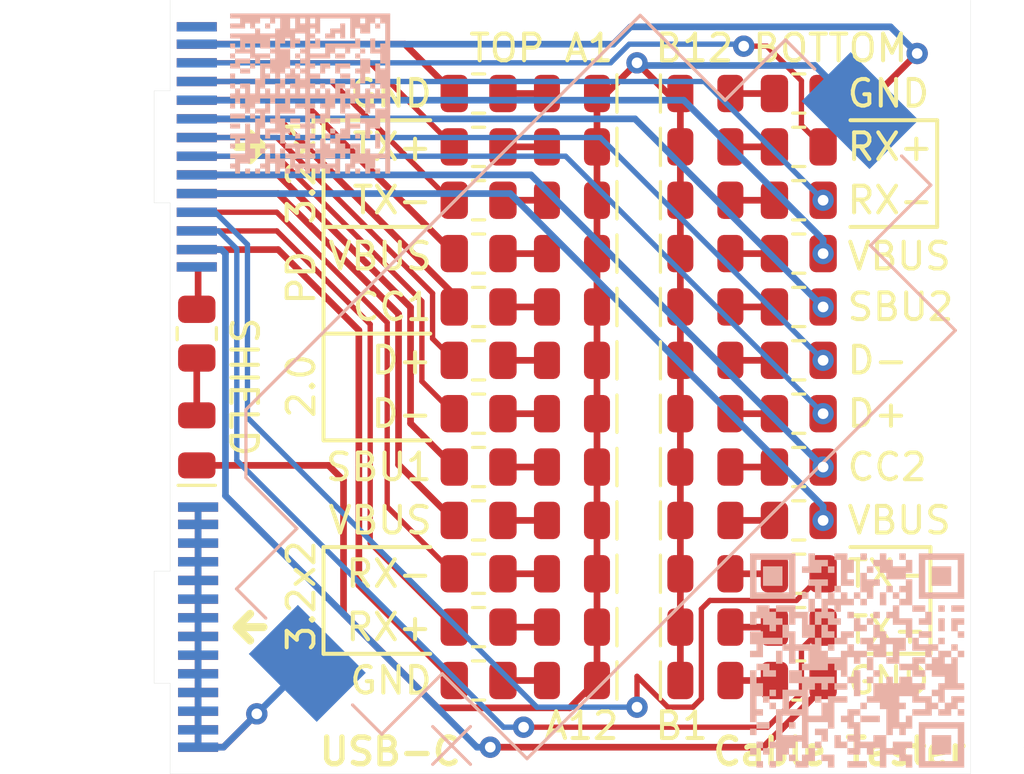
<source format=kicad_pcb>
(kicad_pcb (version 20221018) (generator pcbnew)
  (layers (0 "F.Cu" signal) (31 "B.Cu" signal) (34 "B.Paste" user) (35 "F.Paste" user) (36 "B.SilkS" user "B.Silkscreen") (37 "F.SilkS" user "F.Silkscreen") (38 "B.Mask" user) (39 "F.Mask" user) (44 "Edge.Cuts" user))
  (net 0 "")
  (net 1 "+3V0")
  (net 2 "GND")
  (net 3 "Net-(D1-A)")
  (net 4 "Net-(D2-A)")
  (net 5 "Net-(D3-A)")
  (net 6 "Net-(D4-A)")
  (net 7 "Net-(D5-A)")
  (net 8 "Net-(D6-A)")
  (net 9 "Net-(D7-A)")
  (net 10 "Net-(D8-A)")
  (net 11 "Net-(D9-A)")
  (net 12 "Net-(D10-A)")
  (net 13 "Net-(D11-A)")
  (net 14 "Net-(D12-A)")
  (net 15 "Net-(D13-A)")
  (net 16 "Net-(D14-A)")
  (net 17 "Net-(D15-A)")
  (net 18 "Net-(D16-A)")
  (net 19 "Net-(D17-A)")
  (net 20 "Net-(D18-A)")
  (net 21 "Net-(D19-A)")
  (net 22 "Net-(D20-A)")
  (net 23 "Net-(D21-A)")
  (net 24 "Net-(D22-A)")
  (net 25 "Net-(D23-A)")
  (net 26 "Net-(D24-A)")
  (net 27 "Net-(D25-A)")
  (net 28 "/GND_A1")
  (net 29 "/TX1+")
  (net 30 "/TX1-")
  (net 31 "/VBUS_A4")
  (net 32 "/CC1")
  (net 33 "/DA+")
  (net 34 "/DA-")
  (net 35 "/SBU1")
  (net 36 "/RX2-")
  (net 37 "/RX2+")
  (net 38 "/TX2+")
  (net 39 "/TX2-")
  (net 40 "/CC2")
  (net 41 "/DB+")
  (net 42 "/DB-")
  (net 43 "/SBU2")
  (net 44 "/RX1-")
  (net 45 "/RX1+")
  (net 46 "/SHIELD")
  (net 47 "/GND_A12")
  (net 48 "/GND_B1")
  (net 49 "/GND_B12")
  (net 50 "/VBUS_A9")
  (net 51 "/VBUS_B4")
  (net 52 "/VBUS_B9")
  (footprint "Resistor_SMD:R_0805_2012Metric" (layer "F.Cu") (at 27.5 37.5 -90)
    (fp_text reference "R25" hide)
    (fp_text value "100" hide)
    (fp_text user "SHIELD" (at 2 -1.75 -90 unlocked) (layer "F.SilkS"))
    (pad "1" smd roundrect (at -0.9125 0 270) (size 1.025 1.4) (layers "F.Cu" "F.Paste" "F.Mask") (roundrect_rratio 0.243902439) (net 46 "/SHIELD"))
    (pad "2" smd roundrect (at 0.9125 0 270) (size 1.025 1.4) (layers "F.Cu" "F.Paste" "F.Mask") (roundrect_rratio 0.243902439) (net 27 "Net-(D25-A)"))
  )
  (footprint "Library:LED_0805_2012Metric" (layer "F.Cu") (at 46.5625 34.5)
    (fp_text reference "D16" hide)
    (fp_text value "LED")
    (pad "1" smd roundrect (at -0.9375 0) (size 0.975 1.4) (layers "F.Cu" "F.Paste" "F.Mask") (net 2 "GND"))
    (pad "2" smd roundrect (at 0.9375 0) (size 0.975 1.4) (layers "F.Cu" "F.Paste" "F.Mask") (net 18 "Net-(D16-A)"))
  )
  (footprint "Library:LED_0805_2012Metric" (layer "F.Cu") (at 46.5625 32.5)
    (fp_text reference "D15" hide)
    (fp_text value "LED")
    (pad "1" smd roundrect (at -0.9375 0) (size 0.975 1.4) (layers "F.Cu" "F.Paste" "F.Mask") (net 2 "GND"))
    (pad "2" smd roundrect (at 0.9375 0) (size 0.975 1.4) (layers "F.Cu" "F.Paste" "F.Mask") (net 17 "Net-(D15-A)"))
  )
  (footprint "Resistor_SMD:R_0805_2012Metric" (layer "F.Cu") (at 38.0625 46.5)
    (fp_text reference "R10" hide)
    (fp_text value "100" hide)
    (fp_text user "RX-" (at -1.6625 0 unlocked) (layer "F.SilkS") (effects (justify right)))
    (pad "1" smd roundrect (at -0.9125 0) (size 1.025 1.4) (layers "F.Cu" "F.Paste" "F.Mask") (roundrect_rratio 0.243902439) (net 36 "/RX2-"))
    (pad "2" smd roundrect (at 0.9125 0) (size 1.025 1.4) (layers "F.Cu" "F.Paste" "F.Mask") (roundrect_rratio 0.243902439) (net 12 "Net-(D10-A)"))
  )
  (footprint "Resistor_SMD:R_0805_2012Metric" (layer "F.Cu") (at 38.0625 38.5)
    (fp_text reference "R6" hide)
    (fp_text value "100" hide)
    (fp_text user "D+" (at -1.6625 0 unlocked) (layer "F.SilkS") (effects (justify right)))
    (pad "1" smd roundrect (at -0.9125 0) (size 1.025 1.4) (layers "F.Cu" "F.Paste" "F.Mask") (roundrect_rratio 0.243902439) (net 33 "/DA+"))
    (pad "2" smd roundrect (at 0.9125 0) (size 1.025 1.4) (layers "F.Cu" "F.Paste" "F.Mask") (roundrect_rratio 0.243902439) (net 8 "Net-(D6-A)"))
  )
  (footprint "Library:LED_0805_2012Metric" (layer "F.Cu") (at 41.5625 42.5 180)
    (fp_text reference "D8" hide)
    (fp_text value "LED")
    (pad "1" smd roundrect (at -0.9375 0 180) (size 0.975 1.4) (layers "F.Cu" "F.Paste" "F.Mask") (net 2 "GND"))
    (pad "2" smd roundrect (at 0.9375 0 180) (size 0.975 1.4) (layers "F.Cu" "F.Paste" "F.Mask") (net 10 "Net-(D8-A)"))
  )
  (footprint "Connectors:USB_C_Receptacle_Kinghelm_KH-TYPE-C-JB0.8-24P" (layer "F.Cu") (at 27.5 30.5 -90)
    (fp_text reference "J3" hide)
    (fp_text value "USB_C_Receptacle" hide)
    (pad "" smd rect (at -4.5 0 270) (size 0.35 1.5) (layers "F.Cu" "F.Paste" "F.Mask"))
    (pad "" smd rect (at -4.5 0 270) (size 0.35 1.5) (layers "B.Cu" "B.Paste" "B.Mask"))
    (pad "" smd rect (at 4.5 0 270) (size 0.35 1.5) (layers "B.Cu" "B.Paste" "B.Mask"))
    (pad "A1" smd rect (at -3.85 0 270) (size 0.35 1.5) (layers "F.Cu" "F.Paste" "F.Mask") (net 28 "/GND_A1"))
    (pad "A2" smd rect (at -3.15 0 270) (size 0.35 1.5) (layers "F.Cu" "F.Paste" "F.Mask") (net 29 "/TX1+"))
    (pad "A3" smd rect (at -2.45 0 270) (size 0.35 1.5) (layers "F.Cu" "F.Paste" "F.Mask") (net 30 "/TX1-"))
    (pad "A4" smd rect (at -1.75 0 270) (size 0.35 1.5) (layers "F.Cu" "F.Paste" "F.Mask") (net 31 "/VBUS_A4"))
    (pad "A5" smd rect (at -1.05 0 270) (size 0.35 1.5) (layers "F.Cu" "F.Paste" "F.Mask") (net 32 "/CC1"))
    (pad "A6" smd rect (at -0.35 0 270) (size 0.35 1.5) (layers "F.Cu" "F.Paste" "F.Mask") (net 33 "/DA+"))
    (pad "A7" smd rect (at 0.35 0 270) (size 0.35 1.5) (layers "F.Cu" "F.Paste" "F.Mask") (net 34 "/DA-"))
    (pad "A8" smd rect (at 1.05 0 270) (size 0.35 1.5) (layers "F.Cu" "F.Paste" "F.Mask") (net 35 "/SBU1"))
    (pad "A9" smd rect (at 1.75 0 270) (size 0.35 1.5) (layers "F.Cu" "F.Paste" "F.Mask") (net 50 "/VBUS_A9"))
    (pad "A10" smd rect (at 2.45 0 270) (size 0.35 1.5) (layers "F.Cu" "F.Paste" "F.Mask") (net 36 "/RX2-"))
    (pad "A11" smd rect (at 3.15 0 270) (size 0.35 1.5) (layers "F.Cu" "F.Paste" "F.Mask") (net 37 "/RX2+"))
    (pad "A12" smd rect (at 3.85 0 270) (size 0.35 1.5) (layers "F.Cu" "F.Paste" "F.Mask") (net 47 "/GND_A12"))
    (pad "B1" smd rect (at 3.85 0 270) (size 0.35 1.5) (layers "B.Cu" "B.Paste" "B.Mask") (net 48 "/GND_B1"))
    (pad "B2" smd rect (at 3.15 0 270) (size 0.35 1.5) (layers "B.Cu" "B.Paste" "B.Mask") (net 38 "/TX2+"))
    (pad "B3" smd rect (at 2.45 0 270) (size 0.35 1.5) (layers "B.Cu" "B.Paste" "B.Mask") (net 39 "/TX2-"))
    (pad "B4" smd rect (at 1.75 0 270) (size 0.35 1.5) (layers "B.Cu" "B.Paste" "B.Mask") (net 51 "/VBUS_B4"))
    (pad "B5" smd rect (at 1.05 0 270) (size 0.35 1.5) (layers "B.Cu" "B.Paste" "B.Mask") (net 40 "/CC2"))
    (pad "B6" smd rect (at 0.35 0 270) (size 0.35 1.5) (layers "B.Cu" "B.Paste" "B.Mask") (net 41 "/DB+"))
    (pad "B7" smd rect (at -0.35 0 270) (size 0.35 1.5) (layers "B.Cu" "B.Paste" "B.Mask") (net 42 "/DB-"))
    (pad "B8" smd rect (at -1.05 0 270) (size 0.35 1.5) (layers "B.Cu" "B.Paste" "B.Mask") (net 43 "/SBU2"))
    (pad "B9" smd rect (at -1.75 0 270) (size 0.35 1.5) (layers "B.Cu" "B.Paste" "B.Mask") (net 52 "/VBUS_B9"))
    (pad "B10" smd rect (at -2.45 0 270) (size 0.35 1.5) (layers "B.Cu" "B.Paste" "B.Mask") (net 44 "/RX1-"))
    (pad "B11" smd rect (at -3.15 0 270) (size 0.35 1.5) (layers "B.Cu" "B.Paste" "B.Mask") (net 45 "/RX1+"))
    (pad "B12" smd rect (at -3.85 0 270) (size 0.35 1.5) (layers "B.Cu" "B.Paste" "B.Mask") (net 49 "/GND_B12"))
    (pad "S1" smd rect (at 4.5 0 270) (size 0.35 1.5) (layers "F.Cu" "F.Paste" "F.Mask") (net 46 "/SHIELD"))
  )
  (footprint "Resistor_SMD:R_0805_2012Metric" (layer "F.Cu") (at 50.0625 44.5 180)
    (fp_text reference "R21" hide)
    (fp_text value "100" hide)
    (fp_text user "VBUS" (at -1.7375 0 unlocked) (layer "F.SilkS") (effects (justify left)))
    (pad "1" smd roundrect (at -0.9125 0 180) (size 1.025 1.4) (layers "F.Cu" "F.Paste" "F.Mask") (roundrect_rratio 0.243902439) (net 51 "/VBUS_B4"))
    (pad "2" smd roundrect (at 0.9125 0 180) (size 1.025 1.4) (layers "F.Cu" "F.Paste" "F.Mask") (roundrect_rratio 0.243902439) (net 23 "Net-(D21-A)"))
  )
  (footprint "Resistor_SMD:R_0805_2012Metric" (layer "F.Cu") (at 50.0625 38.5 180)
    (fp_text reference "R18" hide)
    (fp_text value "100" hide)
    (fp_text user "D-" (at -1.7375 0 unlocked) (layer "F.SilkS") (effects (justify left)))
    (pad "1" smd roundrect (at -0.9125 0 180) (size 1.025 1.4) (layers "F.Cu" "F.Paste" "F.Mask") (roundrect_rratio 0.243902439) (net 42 "/DB-"))
    (pad "2" smd roundrect (at 0.9125 0 180) (size 1.025 1.4) (layers "F.Cu" "F.Paste" "F.Mask") (roundrect_rratio 0.243902439) (net 20 "Net-(D18-A)"))
  )
  (footprint "Library:LED_0805_2012Metric" (layer "F.Cu") (at 41.5625 50.5 180)
    (fp_text reference "D12" hide)
    (fp_text value "LED")
    (fp_text user "A12" (at -1.8375 -1.7 unlocked) (layer "F.SilkS") (effects (justify right)))
    (pad "1" smd roundrect (at -0.9375 0 180) (size 0.975 1.4) (layers "F.Cu" "F.Paste" "F.Mask") (net 2 "GND"))
    (pad "2" smd roundrect (at 0.9375 0 180) (size 0.975 1.4) (layers "F.Cu" "F.Paste" "F.Mask") (net 14 "Net-(D12-A)"))
  )
  (footprint "Library:LED_0805_2012Metric" (layer "F.Cu") (at 41.5625 44.5 180)
    (fp_text reference "D9" hide)
    (fp_text value "LED")
    (pad "1" smd roundrect (at -0.9375 0 180) (size 0.975 1.4) (layers "F.Cu" "F.Paste" "F.Mask") (net 2 "GND"))
    (pad "2" smd roundrect (at 0.9375 0 180) (size 0.975 1.4) (layers "F.Cu" "F.Paste" "F.Mask") (net 11 "Net-(D9-A)"))
  )
  (footprint "Library:LED_0805_2012Metric" (layer "F.Cu") (at 41.5625 28.5 180)
    (fp_text reference "D1" hide)
    (fp_text value "LED")
    (fp_text user "TOP A1" (at -1.6375 1.7 unlocked) (layer "F.SilkS") (effects (justify right)))
    (pad "1" smd roundrect (at -0.9375 0 180) (size 0.975 1.4) (layers "F.Cu" "F.Paste" "F.Mask") (net 2 "GND"))
    (pad "2" smd roundrect (at 0.9375 0 180) (size 0.975 1.4) (layers "F.Cu" "F.Paste" "F.Mask") (net 3 "Net-(D1-A)"))
  )
  (footprint "Resistor_SMD:R_0805_2012Metric" (layer "F.Cu") (at 38.0625 30.5)
    (fp_text reference "R2" hide)
    (fp_text value "100" hide)
    (fp_text user "TX+" (at -1.6625 0 unlocked) (layer "F.SilkS") (effects (justify right)))
    (pad "1" smd roundrect (at -0.9125 0) (size 1.025 1.4) (layers "F.Cu" "F.Paste" "F.Mask") (roundrect_rratio 0.243902439) (net 29 "/TX1+"))
    (pad "2" smd roundrect (at 0.9125 0) (size 1.025 1.4) (layers "F.Cu" "F.Paste" "F.Mask") (roundrect_rratio 0.243902439) (net 4 "Net-(D2-A)"))
  )
  (footprint "Resistor_SMD:R_0805_2012Metric" (layer "F.Cu") (at 38.0625 36.5)
    (fp_text reference "R5" hide)
    (fp_text value "100" hide)
    (fp_text user "CC1" (at -1.6625 0 unlocked) (layer "F.SilkS") (effects (justify right)))
    (pad "1" smd roundrect (at -0.9125 0) (size 1.025 1.4) (layers "F.Cu" "F.Paste" "F.Mask") (roundrect_rratio 0.243902439) (net 32 "/CC1"))
    (pad "2" smd roundrect (at 0.9125 0) (size 1.025 1.4) (layers "F.Cu" "F.Paste" "F.Mask") (roundrect_rratio 0.243902439) (net 7 "Net-(D5-A)"))
  )
  (footprint "Library:LED_0805_2012Metric" (layer "F.Cu") (at 46.5625 30.5)
    (fp_text reference "D14" hide)
    (fp_text value "LED")
    (pad "1" smd roundrect (at -0.9375 0) (size 0.975 1.4) (layers "F.Cu" "F.Paste" "F.Mask") (net 2 "GND"))
    (pad "2" smd roundrect (at 0.9375 0) (size 0.975 1.4) (layers "F.Cu" "F.Paste" "F.Mask") (net 16 "Net-(D14-A)"))
  )
  (footprint "Library:LED_0805_2012Metric" (layer "F.Cu") (at 46.5625 28.5)
    (fp_text reference "D13" hide)
    (fp_text value "LED")
    (fp_text user "B12 BOTTOM" (at -1.9625 -1.7 unlocked) (layer "F.SilkS") (effects (justify left)))
    (pad "1" smd roundrect (at -0.9375 0) (size 0.975 1.4) (layers "F.Cu" "F.Paste" "F.Mask") (net 2 "GND"))
    (pad "2" smd roundrect (at 0.9375 0) (size 0.975 1.4) (layers "F.Cu" "F.Paste" "F.Mask") (net 15 "Net-(D13-A)"))
  )
  (footprint "Library:LED_0805_2012Metric" (layer "F.Cu") (at 41.5625 34.5 180)
    (fp_text reference "D4" hide)
    (fp_text value "LED")
    (pad "1" smd roundrect (at -0.9375 0 180) (size 0.975 1.4) (layers "F.Cu" "F.Paste" "F.Mask") (net 2 "GND"))
    (pad "2" smd roundrect (at 0.9375 0 180) (size 0.975 1.4) (layers "F.Cu" "F.Paste" "F.Mask") (net 6 "Net-(D4-A)"))
  )
  (footprint "Library:LED_0805_2012Metric" (layer "F.Cu") (at 41.5625 46.5 180)
    (fp_text reference "D10" hide)
    (fp_text value "LED")
    (pad "1" smd roundrect (at -0.9375 0 180) (size 0.975 1.4) (layers "F.Cu" "F.Paste" "F.Mask") (net 2 "GND"))
    (pad "2" smd roundrect (at 0.9375 0 180) (size 0.975 1.4) (layers "F.Cu" "F.Paste" "F.Mask") (net 12 "Net-(D10-A)"))
  )
  (footprint "Resistor_SMD:R_0805_2012Metric" (layer "F.Cu") (at 38.0625 44.5)
    (fp_text reference "R9" hide)
    (fp_text value "100" hide)
    (fp_text user "VBUS" (at -1.6625 0 unlocked) (layer "F.SilkS") (effects (justify right)))
    (pad "1" smd roundrect (at -0.9125 0) (size 1.025 1.4) (layers "F.Cu" "F.Paste" "F.Mask") (roundrect_rratio 0.243902439) (net 50 "/VBUS_A9"))
    (pad "2" smd roundrect (at 0.9125 0) (size 1.025 1.4) (layers "F.Cu" "F.Paste" "F.Mask") (roundrect_rratio 0.243902439) (net 11 "Net-(D9-A)"))
  )
  (footprint "Resistor_SMD:R_0805_2012Metric" (layer "F.Cu") (at 50.0625 46.5 180)
    (fp_text reference "R22" hide)
    (fp_text value "100" hide)
    (fp_text user "TX-" (at -1.7375 0 unlocked) (layer "F.SilkS") (effects (justify left)))
    (pad "1" smd roundrect (at -0.9125 0 180) (size 1.025 1.4) (layers "F.Cu" "F.Paste" "F.Mask") (roundrect_rratio 0.243902439) (net 39 "/TX2-"))
    (pad "2" smd roundrect (at 0.9125 0 180) (size 1.025 1.4) (layers "F.Cu" "F.Paste" "F.Mask") (roundrect_rratio 0.243902439) (net 24 "Net-(D22-A)"))
  )
  (footprint "Resistor_SMD:R_0805_2012Metric" (layer "F.Cu") (at 50.0625 30.5 180)
    (fp_text reference "R14" hide)
    (fp_text value "100" hide)
    (fp_text user "RX+" (at -1.7375 0 unlocked) (layer "F.SilkS") (effects (justify left)))
    (pad "1" smd roundrect (at -0.9125 0 180) (size 1.025 1.4) (layers "F.Cu" "F.Paste" "F.Mask") (roundrect_rratio 0.243902439) (net 45 "/RX1+"))
    (pad "2" smd roundrect (at 0.9125 0 180) (size 1.025 1.4) (layers "F.Cu" "F.Paste" "F.Mask") (roundrect_rratio 0.243902439) (net 16 "Net-(D14-A)"))
  )
  (footprint "Library:LED_0805_2012Metric" (layer "F.Cu") (at 46.5625 44.5)
    (fp_text reference "D21" hide)
    (fp_text value "LED")
    (pad "1" smd roundrect (at -0.9375 0) (size 0.975 1.4) (layers "F.Cu" "F.Paste" "F.Mask") (net 2 "GND"))
    (pad "2" smd roundrect (at 0.9375 0) (size 0.975 1.4) (layers "F.Cu" "F.Paste" "F.Mask") (net 23 "Net-(D21-A)"))
  )
  (footprint "Resistor_SMD:R_0805_2012Metric" (layer "F.Cu") (at 38.0625 40.5)
    (fp_text reference "R7" hide)
    (fp_text value "100" hide)
    (fp_text user "D-" (at -1.6625 0 unlocked) (layer "F.SilkS") (effects (justify right)))
    (pad "1" smd roundrect (at -0.9125 0) (size 1.025 1.4) (layers "F.Cu" "F.Paste" "F.Mask") (roundrect_rratio 0.243902439) (net 34 "/DA-"))
    (pad "2" smd roundrect (at 0.9125 0) (size 1.025 1.4) (layers "F.Cu" "F.Paste" "F.Mask") (roundrect_rratio 0.243902439) (net 9 "Net-(D7-A)"))
  )
  (footprint "Library:LED_0805_2012Metric" (layer "F.Cu") (at 46.5625 46.5)
    (fp_text reference "D22" hide)
    (fp_text value "LED")
    (pad "1" smd roundrect (at -0.9375 0) (size 0.975 1.4) (layers "F.Cu" "F.Paste" "F.Mask") (net 2 "GND"))
    (pad "2" smd roundrect (at 0.9375 0) (size 0.975 1.4) (layers "F.Cu" "F.Paste" "F.Mask") (net 24 "Net-(D22-A)"))
  )
  (footprint "Resistor_SMD:R_0805_2012Metric" (layer "F.Cu") (at 50.0625 28.5 180)
    (fp_text reference "R13" hide)
    (fp_text value "100" hide)
    (fp_text user "GND" (at -1.7375 0 unlocked) (layer "F.SilkS") (effects (justify left)))
    (pad "1" smd roundrect (at -0.9125 0 180) (size 1.025 1.4) (layers "F.Cu" "F.Paste" "F.Mask") (roundrect_rratio 0.243902439) (net 49 "/GND_B12"))
    (pad "2" smd roundrect (at 0.9125 0 180) (size 1.025 1.4) (layers "F.Cu" "F.Paste" "F.Mask") (roundrect_rratio 0.243902439) (net 15 "Net-(D13-A)"))
  )
  (footprint "Library:LED_0805_2012Metric" (layer "F.Cu") (at 46.5625 48.5)
    (fp_text reference "D23" hide)
    (fp_text value "LED")
    (pad "1" smd roundrect (at -0.9375 0) (size 0.975 1.4) (layers "F.Cu" "F.Paste" "F.Mask") (net 2 "GND"))
    (pad "2" smd roundrect (at 0.9375 0) (size 0.975 1.4) (layers "F.Cu" "F.Paste" "F.Mask") (net 25 "Net-(D23-A)"))
  )
  (footprint "Connectors:USB_C_Receptacle_Kinghelm_KH-TYPE-C-JB0.8-24P" (layer "F.Cu") (at 27.55 48.5 -90)
    (fp_text reference "J1" hide)
    (fp_text value "USB_C_Receptacle" hide)
    (pad "A1" smd rect (at -3.85 0 270) (size 0.35 1.5) (layers "F.Cu" "F.Paste" "F.Mask") (net 1 "+3V0"))
    (pad "A2" smd rect (at -3.15 0 270) (size 0.35 1.5) (layers "F.Cu" "F.Paste" "F.Mask") (net 1 "+3V0"))
    (pad "A3" smd rect (at -2.45 0 270) (size 0.35 1.5) (layers "F.Cu" "F.Paste" "F.Mask") (net 1 "+3V0"))
    (pad "A4" smd rect (at -1.75 0 270) (size 0.35 1.5) (layers "F.Cu" "F.Paste" "F.Mask") (net 1 "+3V0"))
    (pad "A5" smd rect (at -1.05 0 270) (size 0.35 1.5) (layers "F.Cu" "F.Paste" "F.Mask") (net 1 "+3V0"))
    (pad "A6" smd rect (at -0.35 0 270) (size 0.35 1.5) (layers "F.Cu" "F.Paste" "F.Mask") (net 1 "+3V0"))
    (pad "A7" smd rect (at 0.35 0 270) (size 0.35 1.5) (layers "F.Cu" "F.Paste" "F.Mask") (net 1 "+3V0"))
    (pad "A8" smd rect (at 1.05 0 270) (size 0.35 1.5) (layers "F.Cu" "F.Paste" "F.Mask") (net 1 "+3V0"))
    (pad "A9" smd rect (at 1.75 0 270) (size 0.35 1.5) (layers "F.Cu" "F.Paste" "F.Mask") (net 1 "+3V0"))
    (pad "A10" smd rect (at 2.45 0 270) (size 0.35 1.5) (layers "F.Cu" "F.Paste" "F.Mask") (net 1 "+3V0"))
    (pad "A11" smd rect (at 3.15 0 270) (size 0.35 1.5) (layers "F.Cu" "F.Paste" "F.Mask") (net 1 "+3V0"))
    (pad "A12" smd rect (at 3.85 0 270) (size 0.35 1.5) (layers "F.Cu" "F.Paste" "F.Mask") (net 1 "+3V0"))
    (pad "B1" smd rect (at 3.85 0 270) (size 0.35 1.5) (layers "B.Cu" "B.Paste" "B.Mask") (net 1 "+3V0"))
    (pad "B2" smd rect (at 3.15 0 270) (size 0.35 1.5) (layers "B.Cu" "B.Paste" "B.Mask") (net 1 "+3V0"))
    (pad "B3" smd rect (at 2.45 0 270) (size 0.35 1.5) (layers "B.Cu" "B.Paste" "B.Mask") (net 1 "+3V0"))
    (pad "B4" smd rect (at 1.75 0 270) (size 0.35 1.5) (layers "B.Cu" "B.Paste" "B.Mask") (net 1 "+3V0"))
    (pad "B5" smd rect (at 1.05 0 270) (size 0.35 1.5) (layers "B.Cu" "B.Paste" "B.Mask") (net 1 "+3V0"))
    (pad "B6" smd rect (at 0.35 0 270) (size 0.35 1.5) (layers "B.Cu" "B.Paste" "B.Mask") (net 1 "+3V0"))
    (pad "B7" smd rect (at -0.35 0 270) (size 0.35 1.5) (layers "B.Cu" "B.Paste" "B.Mask") (net 1 "+3V0"))
    (pad "B8" smd rect (at -1.05 0 270) (size 0.35 1.5) (layers "B.Cu" "B.Paste" "B.Mask") (net 1 "+3V0"))
    (pad "B9" smd rect (at -1.75 0 270) (size 0.35 1.5) (layers "B.Cu" "B.Paste" "B.Mask") (net 1 "+3V0"))
    (pad "B10" smd rect (at -2.45 0 270) (size 0.35 1.5) (layers "B.Cu" "B.Paste" "B.Mask") (net 1 "+3V0"))
    (pad "B11" smd rect (at -3.15 0 270) (size 0.35 1.5) (layers "B.Cu" "B.Paste" "B.Mask") (net 1 "+3V0"))
    (pad "B12" smd rect (at -3.85 0 270) (size 0.35 1.5) (layers "B.Cu" "B.Paste" "B.Mask") (net 1 "+3V0"))
    (pad "S1" smd rect (at -4.5 0 270) (size 0.35 1.5) (layers "F.Cu" "F.Paste" "F.Mask") (net 1 "+3V0"))
    (pad "S1" smd rect (at -4.5 0 270) (size 0.35 1.5) (layers "B.Cu" "B.Paste" "B.Mask") (net 1 "+3V0"))
    (pad "S1" smd rect (at 4.5 0 270) (size 0.35 1.5) (layers "F.Cu" "F.Paste" "F.Mask") (net 1 "+3V0"))
    (pad "S1" smd rect (at 4.5 0 270) (size 0.35 1.5) (layers "B.Cu" "B.Paste" "B.Mask") (net 1 "+3V0"))
  )
  (footprint "Resistor_SMD:R_0805_2012Metric" (layer "F.Cu") (at 50.0625 42.5 180)
    (fp_text reference "R20" hide)
    (fp_text value "100" hide)
    (fp_text user "CC2" (at -1.7375 0 unlocked) (layer "F.SilkS") (effects (justify left)))
    (pad "1" smd roundrect (at -0.9125 0 180) (size 1.025 1.4) (layers "F.Cu" "F.Paste" "F.Mask") (roundrect_rratio 0.243902439) (net 40 "/CC2"))
    (pad "2" smd roundrect (at 0.9125 0 180) (size 1.025 1.4) (layers "F.Cu" "F.Paste" "F.Mask") (roundrect_rratio 0.243902439) (net 22 "Net-(D20-A)"))
  )
  (footprint "Resistor_SMD:R_0805_2012Metric" (layer "F.Cu") (at 50.0625 40.5 180)
    (fp_text reference "R19" hide)
    (fp_text value "100" hide)
    (fp_text user "D+" (at -1.7375 0 unlocked) (layer "F.SilkS") (effects (justify left)))
    (pad "1" smd roundrect (at -0.9125 0 180) (size 1.025 1.4) (layers "F.Cu" "F.Paste" "F.Mask") (roundrect_rratio 0.243902439) (net 41 "/DB+"))
    (pad "2" smd roundrect (at 0.9125 0 180) (size 1.025 1.4) (layers "F.Cu" "F.Paste" "F.Mask") (roundrect_rratio 0.243902439) (net 21 "Net-(D19-A)"))
  )
  (footprint "Resistor_SMD:R_0805_2012Metric" (layer "F.Cu") (at 38.0625 28.5)
    (fp_text reference "R1" hide)
    (fp_text value "100" hide)
    (fp_text user "GND" (at -1.6625 0 unlocked) (layer "F.SilkS") (effects (justify right)))
    (pad "1" smd roundrect (at -0.9125 0) (size 1.025 1.4) (layers "F.Cu" "F.Paste" "F.Mask") (roundrect_rratio 0.243902439) (net 28 "/GND_A1"))
    (pad "2" smd roundrect (at 0.9125 0) (size 1.025 1.4) (layers "F.Cu" "F.Paste" "F.Mask") (roundrect_rratio 0.243902439) (net 3 "Net-(D1-A)"))
  )
  (footprint "Library:LED_0805_2012Metric" (layer "F.Cu") (at 46.5625 42.5)
    (fp_text reference "D20" hide)
    (fp_text value "LED")
    (pad "1" smd roundrect (at -0.9375 0) (size 0.975 1.4) (layers "F.Cu" "F.Paste" "F.Mask") (net 2 "GND"))
    (pad "2" smd roundrect (at 0.9375 0) (size 0.975 1.4) (layers "F.Cu" "F.Paste" "F.Mask") (net 22 "Net-(D20-A)"))
  )
  (footprint "Library:LED_0805_2012Metric" (layer "F.Cu") (at 46.5625 36.5)
    (fp_text reference "D17" hide)
    (fp_text value "LED")
    (pad "1" smd roundrect (at -0.9375 0) (size 0.975 1.4) (layers "F.Cu" "F.Paste" "F.Mask") (net 2 "GND"))
    (pad "2" smd roundrect (at 0.9375 0) (size 0.975 1.4) (layers "F.Cu" "F.Paste" "F.Mask") (net 19 "Net-(D17-A)"))
  )
  (footprint "Resistor_SMD:R_0805_2012Metric" (layer "F.Cu") (at 38.0625 42.5)
    (fp_text reference "R8" hide)
    (fp_text value "100" hide)
    (fp_text user "SBU1" (at -1.6625 0 unlocked) (layer "F.SilkS") (effects (justify right)))
    (pad "1" smd roundrect (at -0.9125 0) (size 1.025 1.4) (layers "F.Cu" "F.Paste" "F.Mask") (roundrect_rratio 0.243902439) (net 35 "/SBU1"))
    (pad "2" smd roundrect (at 0.9125 0) (size 1.025 1.4) (layers "F.Cu" "F.Paste" "F.Mask") (roundrect_rratio 0.243902439) (net 10 "Net-(D8-A)"))
  )
  (footprint "Library:LED_0805_2012Metric" (layer "F.Cu") (at 41.5625 40.5 180)
    (fp_text reference "D7" hide)
    (fp_text value "LED")
    (pad "1" smd roundrect (at -0.9375 0 180) (size 0.975 1.4) (layers "F.Cu" "F.Paste" "F.Mask") (net 2 "GND"))
    (pad "2" smd roundrect (at 0.9375 0 180) (size 0.975 1.4) (layers "F.Cu" "F.Paste" "F.Mask") (net 9 "Net-(D7-A)"))
  )
  (footprint "Resistor_SMD:R_0805_2012Metric" (layer "F.Cu") (at 50.0625 34.5 180)
    (fp_text reference "R16" hide)
    (fp_text value "100" hide)
    (fp_text user "VBUS" (at -1.7375 -0.1 unlocked) (layer "F.SilkS") (effects (justify left)))
    (pad "1" smd roundrect (at -0.9125 0 180) (size 1.025 1.4) (layers "F.Cu" "F.Paste" "F.Mask") (roundrect_rratio 0.243902439) (net 52 "/VBUS_B9"))
    (pad "2" smd roundrect (at 0.9125 0 180) (size 1.025 1.4) (layers "F.Cu" "F.Paste" "F.Mask") (roundrect_rratio 0.243902439) (net 18 "Net-(D16-A)"))
  )
  (footprint "Library:LED_0805_2012Metric" (layer "F.Cu") (at 46.5625 38.5)
    (fp_text reference "D18" hide)
    (fp_text value "LED")
    (pad "1" smd roundrect (at -0.9375 0) (size 0.975 1.4) (layers "F.Cu" "F.Paste" "F.Mask") (net 2 "GND"))
    (pad "2" smd roundrect (at 0.9375 0) (size 0.975 1.4) (layers "F.Cu" "F.Paste" "F.Mask") (net 20 "Net-(D18-A)"))
  )
  (footprint "Library:LED_0805_2012Metric" (layer "F.Cu") (at 41.5625 38.5 180)
    (fp_text reference "D6" hide)
    (fp_text value "LED")
    (pad "1" smd roundrect (at -0.9375 0 180) (size 0.975 1.4) (layers "F.Cu" "F.Paste" "F.Mask") (net 2 "GND"))
    (pad "2" smd roundrect (at 0.9375 0 180) (size 0.975 1.4) (layers "F.Cu" "F.Paste" "F.Mask") (net 8 "Net-(D6-A)"))
  )
  (footprint "Library:LED_0805_2012Metric" (layer "F.Cu") (at 46.5625 40.5)
    (fp_text reference "D19" hide)
    (fp_text value "LED")
    (pad "1" smd roundrect (at -0.9375 0) (size 0.975 1.4) (layers "F.Cu" "F.Paste" "F.Mask") (net 2 "GND"))
    (pad "2" smd roundrect (at 0.9375 0) (size 0.975 1.4) (layers "F.Cu" "F.Paste" "F.Mask") (net 21 "Net-(D19-A)"))
  )
  (footprint "Resistor_SMD:R_0805_2012Metric" (layer "F.Cu") (at 50.0625 36.5 180)
    (fp_text reference "R17" hide)
    (fp_text value "100" hide)
    (fp_text user "SBU2" (at -1.7375 0 unlocked) (layer "F.SilkS") (effects (justify left)))
    (pad "1" smd roundrect (at -0.9125 0 180) (size 1.025 1.4) (layers "F.Cu" "F.Paste" "F.Mask") (roundrect_rratio 0.243902439) (net 43 "/SBU2"))
    (pad "2" smd roundrect (at 0.9125 0 180) (size 1.025 1.4) (layers "F.Cu" "F.Paste" "F.Mask") (roundrect_rratio 0.243902439) (net 19 "Net-(D17-A)"))
  )
  (footprint "Resistor_SMD:R_0805_2012Metric" (layer "F.Cu") (at 38.0625 32.5)
    (fp_text reference "R3" hide)
    (fp_text value "100" hide)
    (fp_text user "TX-" (at -1.6625 0 unlocked) (layer "F.SilkS") (effects (justify right)))
    (pad "1" smd roundrect (at -0.9125 0) (size 1.025 1.4) (layers "F.Cu" "F.Paste" "F.Mask") (roundrect_rratio 0.243902439) (net 30 "/TX1-"))
    (pad "2" smd roundrect (at 0.9125 0) (size 1.025 1.4) (layers "F.Cu" "F.Paste" "F.Mask") (roundrect_rratio 0.243902439) (net 5 "Net-(D3-A)"))
  )
  (footprint "Library:LED_0805_2012Metric" (layer "F.Cu") (at 41.5625 36.5 180)
    (fp_text reference "D5" hide)
    (fp_text value "LED")
    (pad "1" smd roundrect (at -0.9375 0 180) (size 0.975 1.4) (layers "F.Cu" "F.Paste" "F.Mask") (net 2 "GND"))
    (pad "2" smd roundrect (at 0.9375 0 180) (size 0.975 1.4) (layers "F.Cu" "F.Paste" "F.Mask") (net 7 "Net-(D5-A)"))
  )
  (footprint "Resistor_SMD:R_0805_2012Metric" (layer "F.Cu") (at 50.0625 48.5 180)
    (fp_text reference "R23" hide)
    (fp_text value "100" hide)
    (fp_text user "TX+" (at -1.7375 -0.1 unlocked) (layer "F.SilkS") (effects (justify left)))
    (pad "1" smd roundrect (at -0.9125 0 180) (size 1.025 1.4) (layers "F.Cu" "F.Paste" "F.Mask") (roundrect_rratio 0.243902439) (net 38 "/TX2+"))
    (pad "2" smd roundrect (at 0.9125 0 180) (size 1.025 1.4) (layers "F.Cu" "F.Paste" "F.Mask") (roundrect_rratio 0.243902439) (net 25 "Net-(D23-A)"))
  )
  (footprint "Resistor_SMD:R_0805_2012Metric" (layer "F.Cu") (at 50.0625 32.5 180)
    (fp_text reference "R15" hide)
    (fp_text value "100" hide)
    (fp_text user "RX-" (at -1.7375 0 unlocked) (layer "F.SilkS") (effects (justify left)))
    (pad "1" smd roundrect (at -0.9125 0 180) (size 1.025 1.4) (layers "F.Cu" "F.Paste" "F.Mask") (roundrect_rratio 0.243902439) (net 44 "/RX1-"))
    (pad "2" smd roundrect (at 0.9125 0 180) (size 1.025 1.4) (layers "F.Cu" "F.Paste" "F.Mask") (roundrect_rratio 0.243902439) (net 17 "Net-(D15-A)"))
  )
  (footprint "Library:LED_0805_2012Metric" (layer "F.Cu") (at 27.5 41.5 90)
    (fp_text reference "D25" hide)
    (fp_text value "LED")
    (pad "1" smd roundrect (at -0.9375 0 90) (size 0.975 1.4) (layers "F.Cu" "F.Paste" "F.Mask") (net 2 "GND"))
    (pad "2" smd roundrect (at 0.9375 0 90) (size 0.975 1.4) (layers "F.Cu" "F.Paste" "F.Mask") (net 27 "Net-(D25-A)"))
  )
  (footprint "Library:LED_0805_2012Metric" (layer "F.Cu") (at 41.5625 30.5 180)
    (fp_text reference "D2" hide)
    (fp_text value "LED")
    (pad "1" smd roundrect (at -0.9375 0 180) (size 0.975 1.4) (layers "F.Cu" "F.Paste" "F.Mask") (net 2 "GND"))
    (pad "2" smd roundrect (at 0.9375 0 180) (size 0.975 1.4) (layers "F.Cu" "F.Paste" "F.Mask") (net 4 "Net-(D2-A)"))
  )
  (footprint "Resistor_SMD:R_0805_2012Metric" (layer "F.Cu") (at 38.0625 34.5)
    (fp_text reference "R4" hide)
    (fp_text value "100" hide)
    (fp_text user "VBUS" (at -1.6625 0.1 unlocked) (layer "F.SilkS") (effects (justify right)))
    (pad "1" smd roundrect (at -0.9125 0) (size 1.025 1.4) (layers "F.Cu" "F.Paste" "F.Mask") (roundrect_rratio 0.243902439) (net 31 "/VBUS_A4"))
    (pad "2" smd roundrect (at 0.9125 0) (size 1.025 1.4) (layers "F.Cu" "F.Paste" "F.Mask") (roundrect_rratio 0.243902439) (net 6 "Net-(D4-A)"))
  )
  (footprint "Resistor_SMD:R_0805_2012Metric" (layer "F.Cu") (at 38.0625 50.5)
    (fp_text reference "R12" hide)
    (fp_text value "100" hide)
    (fp_text user "GND" (at -1.6625 0 unlocked) (layer "F.SilkS") (effects (justify right)))
    (pad "1" smd roundrect (at -0.9125 0) (size 1.025 1.4) (layers "F.Cu" "F.Paste" "F.Mask") (roundrect_rratio 0.243902439) (net 47 "/GND_A12"))
    (pad "2" smd roundrect (at 0.9125 0) (size 1.025 1.4) (layers "F.Cu" "F.Paste" "F.Mask") (roundrect_rratio 0.243902439) (net 14 "Net-(D12-A)"))
  )
  (footprint "Resistor_SMD:R_0805_2012Metric" (layer "F.Cu") (at 38.0625 48.5)
    (fp_text reference "R11" hide)
    (fp_text value "100" hide)
    (fp_text user "RX+" (at -1.6625 0 unlocked) (layer "F.SilkS") (effects (justify right)))
    (pad "1" smd roundrect (at -0.9125 0) (size 1.025 1.4) (layers "F.Cu" "F.Paste" "F.Mask") (roundrect_rratio 0.243902439) (net 37 "/RX2+"))
    (pad "2" smd roundrect (at 0.9125 0) (size 1.025 1.4) (layers "F.Cu" "F.Paste" "F.Mask") (roundrect_rratio 0.243902439) (net 13 "Net-(D11-A)"))
  )
  (footprint "Library:LED_0805_2012Metric" (layer "F.Cu") (at 46.5625 50.5)
    (fp_text reference "D24" hide)
    (fp_text value "LED")
    (fp_text user "B1" (at -1.9625 1.7 unlocked) (layer "F.SilkS") (effects (justify left)))
    (pad "1" smd roundrect (at -0.9375 0) (size 0.975 1.4) (layers "F.Cu" "F.Paste" "F.Mask") (net 2 "GND"))
    (pad "2" smd roundrect (at 0.9375 0) (size 0.975 1.4) (layers "F.Cu" "F.Paste" "F.Mask") (net 26 "Net-(D24-A)"))
  )
  (footprint "Library:LED_0805_2012Metric" (layer "F.Cu") (at 41.5625 32.5 180)
    (fp_text reference "D3" hide)
    (fp_text value "LED")
    (pad "1" smd roundrect (at -0.9375 0 180) (size 0.975 1.4) (layers "F.Cu" "F.Paste" "F.Mask") (net 2 "GND"))
    (pad "2" smd roundrect (at 0.9375 0 180) (size 0.975 1.4) (layers "F.Cu" "F.Paste" "F.Mask") (net 5 "Net-(D3-A)"))
  )
  (footprint "Resistor_SMD:R_0805_2012Metric" (layer "F.Cu") (at 50.0625 50.5 180)
    (fp_text reference "R24" hide)
    (fp_text value "100" hide)
    (fp_text user "GND" (at -1.7375 0 unlocked) (layer "F.SilkS") (effects (justify left)))
    (pad "1" smd roundrect (at -0.9125 0 180) (size 1.025 1.4) (layers "F.Cu" "F.Paste" "F.Mask") (roundrect_rratio 0.243902439) (net 48 "/GND_B1"))
    (pad "2" smd roundrect (at 0.9125 0 180) (size 1.025 1.4) (layers "F.Cu" "F.Paste" "F.Mask") (roundrect_rratio 0.243902439) (net 26 "Net-(D24-A)"))
  )
  (footprint "Library:LED_0805_2012Metric" (layer "F.Cu") (at 41.5625 48.5 180)
    (fp_text reference "D11" hide)
    (fp_text value "LED")
    (pad "1" smd roundrect (at -0.9375 0 180) (size 0.975 1.4) (layers "F.Cu" "F.Paste" "F.Mask") (net 2 "GND"))
    (pad "2" smd roundrect (at 0.9375 0 180) (size 0.975 1.4) (layers "F.Cu" "F.Paste" "F.Mask") (net 13 "Net-(D11-A)"))
  )
  (footprint "Battery:BatteryHolder_Keystone_1060_1x2032" (layer "B.Cu") (at 42 39.5 45)
    (fp_text reference "BT1" hide)
    (fp_text value "Battery_Cell" hide)
    (pad "1" smd rect (at -14.65 0 225) (size 2.6 3.6) (layers "B.Cu" "B.Paste" "B.Mask") (net 1 "+3V0"))
    (pad "2" smd rect (at 14.65 0 225) (size 2.6 3.6) (layers "B.Cu" "B.Paste" "B.Mask") (net 2 "GND"))
  )
  (footprint "Library:usbc_pin_url_datamatrix" (layer "B.Cu") (at 31.75 28.5 -90)
    (fp_text reference "G***" hide)
    (fp_text value "LOGO" hide)
  )
  (footprint "Library:usbc_pin_url_qr" (layer "B.Cu") (at 52.25 49.75 180)
    (fp_text reference "G***" hide)
    (fp_text value "LOGO" hide)
  )
  (gr_line (start 29 30.5) (end 30 30.5) (stroke (width 0.3)) (layer "F.SilkS"))
  (gr_line (start 32.25 29.5) (end 32.25 33.5) (stroke (width 0.15)) (layer "F.SilkS"))
  (gr_line (start 30 30.5) (end 29.5 30) (stroke (width 0.3)) (layer "F.SilkS"))
  (gr_line (start 29 48.5) (end 29.5 48) (stroke (width 0.3)) (layer "F.SilkS"))
  (gr_line (start 36.25 45.5) (end 32.25 45.5) (stroke (width 0.15)) (layer "F.SilkS"))
  (gr_line (start 55.25 33.5) (end 55.25 29.5) (stroke (width 0.15)) (layer "F.SilkS"))
  (gr_line (start 29 48.5) (end 30 48.5) (stroke (width 0.3)) (layer "F.SilkS"))
  (gr_line (start 32.25 49.5) (end 36.25 49.5) (stroke (width 0.15)) (layer "F.SilkS"))
  (gr_line (start 32.25 37.5) (end 36.25 37.5) (stroke (width 0.15)) (layer "F.SilkS"))
  (gr_line (start 32.25 33.5) (end 32.25 37.5) (stroke (width 0.15)) (layer "F.SilkS"))
  (gr_line (start 55 49.5) (end 52 49.5) (stroke (width 0.15)) (layer "F.SilkS"))
  (gr_line (start 55 45.5) (end 55 49.5) (stroke (width 0.15)) (layer "F.SilkS"))
  (gr_line (start 32.25 41.5) (end 36.25 41.5) (stroke (width 0.15)) (layer "F.SilkS"))
  (gr_line (start 36.25 33.5) (end 32.25 33.5) (stroke (width 0.15)) (layer "F.SilkS"))
  (gr_line (start 52 45.5) (end 55 45.5) (stroke (width 0.15)) (layer "F.SilkS"))
  (gr_line (start 32.25 37.5) (end 32.25 41.5) (stroke (width 0.15)) (layer "F.SilkS"))
  (gr_line (start 52 29.5) (end 55.25 29.5) (stroke (width 0.15)) (layer "F.SilkS"))
  (gr_line (start 52 33.5) (end 55.25 33.5) (stroke (width 0.15)) (layer "F.SilkS"))
  (gr_line (start 30 30.5) (end 29.5 31) (stroke (width 0.3)) (layer "F.SilkS"))
  (gr_line (start 29 48.5) (end 29.5 49) (stroke (width 0.3)) (layer "F.SilkS"))
  (gr_line (start 36.25 29.5) (end 32.25 29.5) (stroke (width 0.15)) (layer "F.SilkS"))
  (gr_line (start 32.25 45.5) (end 32.25 49.5) (stroke (width 0.15)) (layer "F.SilkS"))
  (gr_line (start 26.5 25) (end 56.5 25) (stroke (width 0.001)) (layer "Edge.Cuts"))
  (gr_line (start 25.9 32.6) (end 25.9 28.4) (stroke (width 0.01)) (layer "Edge.Cuts"))
  (gr_line (start 26.5 50.6) (end 25.9 50.6) (stroke (width 0.01)) (layer "Edge.Cuts"))
  (gr_line (start 25.9 28.4) (end 26.5 28.4) (stroke (width 0.01)) (layer "Edge.Cuts"))
  (gr_line (start 57 52.5) (end 57 52.5) (stroke (width 0.001)) (layer "Edge.Cuts"))
  (gr_line (start 58.5 53) (end 58.5 53) (stroke (width 0.01)) (layer "Edge.Cuts"))
  (gr_line (start 25.9 46.4) (end 26.5 46.4) (stroke (width 0.01)) (layer "Edge.Cuts"))
  (gr_line (start 25.9 50.6) (end 25.9 46.4) (stroke (width 0.01)) (layer "Edge.Cuts"))
  (gr_line (start 26.5 28.4) (end 26.5 25) (stroke (width 0.01)) (layer "Edge.Cuts"))
  (gr_line (start 26.5 46.4) (end 26.5 32.6) (stroke (width 0.01)) (layer "Edge.Cuts"))
  (gr_line (start 56.5 25) (end 56.5 54) (stroke (width 0.01)) (layer "Edge.Cuts"))
  (gr_line (start 26.5 54) (end 26.5 50.6) (stroke (width 0.01)) (layer "Edge.Cuts"))
  (gr_line (start 56.5 54) (end 26.5 54) (stroke (width 0.01)) (layer "Edge.Cuts"))
  (gr_line (start 26.5 32.6) (end 25.9 32.6) (stroke (width 0.01)) (layer "Edge.Cuts"))
  (gr_text "3.2x1" (at 32 33.5 90) (layer "F.SilkS") (effects (font (size 1 1)) (justify left bottom)))
  (gr_text "PD" (at 32 36.5 90) (layer "F.SilkS") (effects (font (size 1 1)) (justify left bottom)))
  (gr_text "Cable Tester" (at 46.75 53.75) (layer "F.SilkS") (effects (font (size 1 1) (thickness 0.2) bold) (justify left bottom)))
  (gr_text "2.0" (at 32 40.75 90) (layer "F.SilkS") (effects (font (size 1 1)) (justify left bottom)))
  (gr_text "3.2x2" (at 32 49.5 90) (layer "F.SilkS") (effects (font (size 1 1)) (justify left bottom)))
  (gr_text "USB-C" (at 32 53.75) (layer "F.SilkS") (effects (font (size 1 1) (thickness 0.2) bold) (justify left bottom)))
  (segment (start 28.5 53) (end 27.55 53) (width 0.25) (layer "F.Cu") (net 1))
  (segment (start 27.55 53) (end 27.55 44) (width 0.25) (layer "F.Cu") (net 1))
  (segment (start 29.75 51.75) (end 28.5 53) (width 0.25) (layer "F.Cu") (net 1))
  (via (at 29.75 51.75) (size 0.8) (drill 0.4) (layers "F.Cu" "B.Cu") (net 1))
  (segment (start 29.75 51.75) (end 31.640886 49.859114) (width 0.25) (layer "B.Cu") (net 1))
  (segment (start 29.75 51.75) (end 28.5 53) (width 0.25) (layer "B.Cu") (net 1))
  (segment (start 28.5 53) (end 27.55 53) (width 0.25) (layer "B.Cu") (net 1))
  (segment (start 27.55 44) (end 27.55 53) (width 0.25) (layer "B.Cu") (net 1))
  (segment (start 33 48) (end 33 43) (width 0.25) (layer "F.Cu") (net 2))
  (segment (start 41.475 51.525) (end 36.525 51.525) (width 0.25) (layer "F.Cu") (net 2))
  (segment (start 32.4375 42.4375) (end 27.5 42.4375) (width 0.25) (layer "F.Cu") (net 2))
  (segment (start 42.5 50.5) (end 41.475 51.525) (width 0.25) (layer "F.Cu") (net 2))
  (segment (start 45.625 28.9755) (end 45.625 50.5) (width 0.25) (layer "F.Cu") (net 2))
  (segment (start 36.525 51.525) (end 33 48) (width 0.25) (layer "F.Cu") (net 2))
  (segment (start 44 27.3505) (end 45.625 28.9755) (width 0.25) (layer "F.Cu") (net 2))
  (segment (start 44 27.3505) (end 42.5 28.8505) (width 0.25) (layer "F.Cu") (net 2))
  (segment (start 33 43) (end 32.4375 42.4375) (width 0.25) (layer "F.Cu") (net 2))
  (segment (start 42.5 28.8505) (end 42.5 50.5) (width 0.25) (layer "F.Cu") (net 2))
  (via (at 44 27.3505) (size 0.8) (drill 0.4) (layers "F.Cu" "B.Cu") (net 2))
  (segment (start 44 27.3505) (end 44.099 27.4495) (width 0.25) (layer "B.Cu") (net 2))
  (segment (start 44.099 27.4495) (end 50.667728 27.4495) (width 0.25) (layer "B.Cu") (net 2))
  (segment (start 50.667728 27.4495) (end 52.359114 29.140886) (width 0.25) (layer "B.Cu") (net 2))
  (segment (start 38.975 28.5) (end 40.625 28.5) (width 0.25) (layer "F.Cu") (net 3))
  (segment (start 38.975 30.5) (end 40.625 30.5) (width 0.25) (layer "F.Cu") (net 4))
  (segment (start 38.975 32.5) (end 40.625 32.5) (width 0.25) (layer "F.Cu") (net 5))
  (segment (start 38.975 34.5) (end 40.625 34.5) (width 0.25) (layer "F.Cu") (net 6))
  (segment (start 38.975 36.5) (end 40.625 36.5) (width 0.25) (layer "F.Cu") (net 7))
  (segment (start 38.975 38.5) (end 40.625 38.5) (width 0.25) (layer "F.Cu") (net 8))
  (segment (start 38.975 40.5) (end 40.625 40.5) (width 0.25) (layer "F.Cu") (net 9))
  (segment (start 38.975 42.5) (end 40.625 42.5) (width 0.25) (layer "F.Cu") (net 10))
  (segment (start 38.975 44.5) (end 40.625 44.5) (width 0.25) (layer "F.Cu") (net 11))
  (segment (start 38.975 46.5) (end 40.625 46.5) (width 0.25) (layer "F.Cu") (net 12))
  (segment (start 38.975 48.5) (end 40.625 48.5) (width 0.25) (layer "F.Cu") (net 13))
  (segment (start 38.975 50.5) (end 40.625 50.5) (width 0.25) (layer "F.Cu") (net 14))
  (segment (start 49.15 28.5) (end 47.5 28.5) (width 0.25) (layer "F.Cu") (net 15))
  (segment (start 47.5 30.5) (end 49.15 30.5) (width 0.25) (layer "F.Cu") (net 16))
  (segment (start 49.15 32.5) (end 47.5 32.5) (width 0.25) (layer "F.Cu") (net 17))
  (segment (start 47.5 34.5) (end 49.15 34.5) (width 0.25) (layer "F.Cu") (net 18))
  (segment (start 49.15 36.5) (end 47.5 36.5) (width 0.25) (layer "F.Cu") (net 19))
  (segment (start 47.5 38.5) (end 49.15 38.5) (width 0.25) (layer "F.Cu") (net 20))
  (segment (start 49.15 40.5) (end 47.5 40.5) (width 0.25) (layer "F.Cu") (net 21))
  (segment (start 47.5 42.5) (end 49.15 42.5) (width 0.25) (layer "F.Cu") (net 22))
  (segment (start 49.15 44.5) (end 47.5 44.5) (width 0.25) (layer "F.Cu") (net 23))
  (segment (start 47.5 46.5) (end 49.15 46.5) (width 0.25) (layer "F.Cu") (net 24))
  (segment (start 49.15 48.5) (end 47.5 48.5) (width 0.25) (layer "F.Cu") (net 25))
  (segment (start 47.5 50.5) (end 49.15 50.5) (width 0.25) (layer "F.Cu") (net 26))
  (segment (start 27.5 38.4125) (end 27.5 40.5625) (width 0.25) (layer "F.Cu") (net 27))
  (segment (start 35.3 26.65) (end 37.15 28.5) (width 0.25) (layer "F.Cu") (net 28))
  (segment (start 27.55 26.65) (end 35.3 26.65) (width 0.25) (layer "F.Cu") (net 28))
  (segment (start 34 27.35) (end 37.15 30.5) (width 0.2) (layer "F.Cu") (net 29))
  (segment (start 27.55 27.35) (end 34 27.35) (width 0.2) (layer "F.Cu") (net 29))
  (segment (start 27.55 28.05) (end 32.55 28.05) (width 0.2) (layer "F.Cu") (net 30))
  (segment (start 32.55 28.05) (end 37 32.5) (width 0.2) (layer "F.Cu") (net 30))
  (segment (start 37 32.5) (end 37.15 32.5) (width 0.2) (layer "F.Cu") (net 30))
  (segment (start 31.4 28.75) (end 37.15 34.5) (width 0.25) (layer "F.Cu") (net 31))
  (segment (start 27.55 28.75) (end 31.4 28.75) (width 0.25) (layer "F.Cu") (net 31))
  (segment (start 27.55 29.45) (end 30.55 29.45) (width 0.25) (layer "F.Cu") (net 32))
  (segment (start 37.15 36.05) (end 37.15 36.5) (width 0.25) (layer "F.Cu") (net 32))
  (segment (start 30.55 29.45) (end 37.15 36.05) (width 0.25) (layer "F.Cu") (net 32))
  (segment (start 36.3375 35.9875) (end 36.3375 37.6875) (width 0.2) (layer "F.Cu") (net 33))
  (segment (start 36.3375 37.6875) (end 37.15 38.5) (width 0.2) (layer "F.Cu") (net 33))
  (segment (start 27.55 30.15) (end 30.5 30.15) (width 0.2) (layer "F.Cu") (net 33))
  (segment (start 30.5 30.15) (end 36.3375 35.9875) (width 0.2) (layer "F.Cu") (net 33))
  (segment (start 30.5 30.85) (end 35.9375 36.2875) (width 0.2) (layer "F.Cu") (net 34))
  (segment (start 27.55 30.85) (end 30.5 30.85) (width 0.2) (layer "F.Cu") (net 34))
  (segment (start 35.9375 39.2875) (end 37.15 40.5) (width 0.2) (layer "F.Cu") (net 34))
  (segment (start 35.9375 36.2875) (end 35.9375 39.2875) (width 0.2) (layer "F.Cu") (net 34))
  (segment (start 35.5125 36.5125) (end 35.5125 40.8625) (width 0.25) (layer "F.Cu") (net 35))
  (segment (start 30.55 31.55) (end 35.5125 36.5125) (width 0.25) (layer "F.Cu") (net 35))
  (segment (start 35.5125 40.8625) (end 37.15 42.5) (width 0.25) (layer "F.Cu") (net 35))
  (segment (start 27.55 31.55) (end 30.55 31.55) (width 0.25) (layer "F.Cu") (net 35))
  (segment (start 34.6375 37.0875) (end 34.6375 43.9875) (width 0.2) (layer "F.Cu") (net 36))
  (segment (start 30.5 32.95) (end 34.6375 37.0875) (width 0.2) (layer "F.Cu") (net 36))
  (segment (start 34.6375 43.9875) (end 37.15 46.5) (width 0.2) (layer "F.Cu") (net 36))
  (segment (start 27.55 32.95) (end 30.5 32.95) (width 0.2) (layer "F.Cu") (net 36))
  (segment (start 34 37.15) (end 34 45.35) (width 0.2) (layer "F.Cu") (net 37))
  (segment (start 27.55 33.65) (end 30.5 33.65) (width 0.2) (layer "F.Cu") (net 37))
  (segment (start 30.5 33.65) (end 34 37.15) (width 0.2) (layer "F.Cu") (net 37))
  (segment (start 34 45.35) (end 37.15 48.5) (width 0.2) (layer "F.Cu") (net 37))
  (segment (start 48.890317 52.25) (end 50.1625 50.977817) (width 0.2) (layer "F.Cu") (net 38))
  (segment (start 39.75 52.25) (end 48.890317 52.25) (width 0.2) (layer "F.Cu") (net 38))
  (segment (start 50.1625 49.3125) (end 50.975 48.5) (width 0.2) (layer "F.Cu") (net 38))
  (segment (start 50.1625 50.977817) (end 50.1625 49.3125) (width 0.2) (layer "F.Cu") (net 38))
  (via (at 39.75 52.25) (size 0.8) (drill 0.4) (layers "F.Cu" "B.Cu") (net 38))
  (segment (start 39 52.25) (end 29 42.25) (width 0.2) (layer "B.Cu") (net 38))
  (segment (start 29 34.32396) (end 28.32604 33.65) (width 0.2) (layer "B.Cu") (net 38))
  (segment (start 28.32604 33.65) (end 27.55 33.65) (width 0.2) (layer "B.Cu") (net 38))
  (segment (start 39.75 52.25) (end 39 52.25) (width 0.2) (layer "B.Cu") (net 38))
  (segment (start 29 42.25) (end 29 34.32396) (width 0.2) (layer "B.Cu") (net 38))
  (segment (start 46.093979 51.5) (end 46.4125 51.181479) (width 0.2) (layer "F.Cu") (net 39))
  (segment (start 45.156021 51.5) (end 46.093979 51.5) (width 0.2) (layer "F.Cu") (net 39))
  (segment (start 49.975 47.5) (end 50.975 46.5) (width 0.2) (layer "F.Cu") (net 39))
  (segment (start 44 51.5) (end 44 50.343979) (width 0.2) (layer "F.Cu") (net 39))
  (segment (start 46.4125 47.818521) (end 46.731021 47.5) (width 0.2) (layer "F.Cu") (net 39))
  (segment (start 44 50.343979) (end 45.156021 51.5) (width 0.2) (layer "F.Cu") (net 39))
  (segment (start 46.4125 51.181479) (end 46.4125 47.818521) (width 0.2) (layer "F.Cu") (net 39))
  (segment (start 46.731021 47.5) (end 49.975 47.5) (width 0.2) (layer "F.Cu") (net 39))
  (via (at 44 51.5) (size 0.8) (drill 0.4) (layers "F.Cu" "B.Cu") (net 39))
  (segment (start 44 51.5) (end 40.25 51.5) (width 0.2) (layer "B.Cu") (net 39))
  (segment (start 40.25 51.5) (end 29.4 40.65) (width 0.2) (layer "B.Cu") (net 39))
  (segment (start 29.4 34.158275) (end 28.191725 32.95) (width 0.2) (layer "B.Cu") (net 39))
  (segment (start 28.191725 32.95) (end 27.55 32.95) (width 0.2) (layer "B.Cu") (net 39))
  (segment (start 29.4 40.65) (end 29.4 34.158275) (width 0.2) (layer "B.Cu") (net 39))
  (via (at 50.975 42.5) (size 0.8) (drill 0.4) (layers "F.Cu" "B.Cu") (net 40))
  (segment (start 40.025 31.55) (end 50.975 42.5) (width 0.25) (layer "B.Cu") (net 40))
  (segment (start 27.55 31.55) (end 40.025 31.55) (width 0.25) (layer "B.Cu") (net 40))
  (via (at 50.975 40.5) (size 0.8) (drill 0.4) (layers "F.Cu" "B.Cu") (net 41))
  (segment (start 27.55 30.85) (end 41.325 30.85) (width 0.2) (layer "B.Cu") (net 41))
  (segment (start 41.325 30.85) (end 50.975 40.5) (width 0.2) (layer "B.Cu") (net 41))
  (via (at 50.975 38.5) (size 0.8) (drill 0.4) (layers "F.Cu" "B.Cu") (net 42))
  (segment (start 42.625 30.15) (end 50.975 38.5) (width 0.2) (layer "B.Cu") (net 42))
  (segment (start 27.55 30.15) (end 42.625 30.15) (width 0.2) (layer "B.Cu") (net 42))
  (via (at 50.975 36.5) (size 0.8) (drill 0.4) (layers "F.Cu" "B.Cu") (net 43))
  (segment (start 43.925 29.45) (end 50.975 36.5) (width 0.25) (layer "B.Cu") (net 43))
  (segment (start 27.55 29.45) (end 43.925 29.45) (width 0.25) (layer "B.Cu") (net 43))
  (via (at 50.975 32.5) (size 0.8) (drill 0.4) (layers "F.Cu" "B.Cu") (net 44))
  (segment (start 46.525 28.05) (end 50.975 32.5) (width 0.2) (layer "B.Cu") (net 44))
  (segment (start 27.55 28.05) (end 46.525 28.05) (width 0.2) (layer "B.Cu") (net 44))
  (segment (start 50.1625 29.6875) (end 50.975 30.5) (width 0.2) (layer "F.Cu") (net 45))
  (segment (start 48.865317 26.725) (end 50.1625 28.022183) (width 0.2) (layer "F.Cu") (net 45))
  (segment (start 48 26.725) (end 48.865317 26.725) (width 0.2) (layer "F.Cu") (net 45))
  (segment (start 50.1625 28.022183) (end 50.1625 29.6875) (width 0.2) (layer "F.Cu") (net 45))
  (via (at 48 26.725) (size 0.8) (drill 0.4) (layers "F.Cu" "B.Cu") (net 45))
  (segment (start 27.55 27.35) (end 43.01055 27.35) (width 0.2) (layer "B.Cu") (net 45))
  (segment (start 47.9255 26.6505) (end 48 26.725) (width 0.2) (layer "B.Cu") (net 45))
  (segment (start 43.01055 27.35) (end 43.71005 26.6505) (width 0.2) (layer "B.Cu") (net 45))
  (segment (start 43.71005 26.6505) (end 47.9255 26.6505) (width 0.2) (layer "B.Cu") (net 45))
  (segment (start 27.55 36.5375) (end 27.5 36.5875) (width 0.25) (layer "F.Cu") (net 46))
  (segment (start 27.55 35) (end 27.55 36.5375) (width 0.25) (layer "F.Cu") (net 46))
  (segment (start 33.575 37.375) (end 33.575 46.925) (width 0.25) (layer "F.Cu") (net 47))
  (segment (start 33.575 46.925) (end 37.15 50.5) (width 0.25) (layer "F.Cu") (net 47))
  (segment (start 30.55 34.35) (end 33.575 37.375) (width 0.25) (layer "F.Cu") (net 47))
  (segment (start 27.55 34.35) (end 30.55 34.35) (width 0.25) (layer "F.Cu") (net 47))
  (segment (start 48.741357 53) (end 50.975 50.766357) (width 0.25) (layer "F.Cu") (net 48))
  (segment (start 38.5 53) (end 48.741357 53) (width 0.25) (layer "F.Cu") (net 48))
  (segment (start 50.975 50.766357) (end 50.975 50.5) (width 0.25) (layer "F.Cu") (net 48))
  (via (at 38.5 53) (size 0.8) (drill 0.4) (layers "F.Cu" "B.Cu") (net 48))
  (segment (start 28.575 34.5) (end 28.425 34.35) (width 0.25) (layer "B.Cu") (net 48))
  (segment (start 38.5 53) (end 38 53) (width 0.25) (layer "B.Cu") (net 48))
  (segment (start 28.575 43.575) (end 28.575 34.5) (width 0.25) (layer "B.Cu") (net 48))
  (segment (start 38 53) (end 28.575 43.575) (width 0.25) (layer "B.Cu") (net 48))
  (segment (start 28.425 34.35) (end 27.55 34.35) (width 0.25) (layer "B.Cu") (net 48))
  (segment (start 53 28.5) (end 50.975 28.5) (width 0.25) (layer "F.Cu") (net 49))
  (segment (start 54.5 27) (end 53 28.5) (width 0.25) (layer "F.Cu") (net 49))
  (via (at 54.5 27) (size 0.8) (drill 0.4) (layers "F.Cu" "B.Cu") (net 49))
  (segment (start 53.5 26) (end 43.75951 26) (width 0.25) (layer "B.Cu") (net 49))
  (segment (start 43.10951 26.65) (end 27.55 26.65) (width 0.25) (layer "B.Cu") (net 49))
  (segment (start 43.75951 26) (end 43.10951 26.65) (width 0.25) (layer "B.Cu") (net 49))
  (segment (start 54.5 27) (end 53.5 26) (width 0.25) (layer "B.Cu") (net 49))
  (segment (start 35.0625 42.4125) (end 37.15 44.5) (width 0.25) (layer "F.Cu") (net 50))
  (segment (start 27.55 32.25) (end 30.55 32.25) (width 0.25) (layer "F.Cu") (net 50))
  (segment (start 30.55 32.25) (end 35.0625 36.7625) (width 0.25) (layer "F.Cu") (net 50))
  (segment (start 35.0625 36.7625) (end 35.0625 42.4125) (width 0.25) (layer "F.Cu") (net 50))
  (via (at 50.975 44.5) (size 0.8) (drill 0.4) (layers "F.Cu" "B.Cu") (net 51))
  (segment (start 39.25 32.25) (end 50.975 43.975) (width 0.25) (layer "B.Cu") (net 51))
  (segment (start 50.975 43.975) (end 50.975 44.5) (width 0.25) (layer "B.Cu") (net 51))
  (segment (start 27.55 32.25) (end 39.25 32.25) (width 0.25) (layer "B.Cu") (net 51))
  (via (at 50.975 34.5) (size 0.8) (drill 0.4) (layers "F.Cu" "B.Cu") (net 52))
  (segment (start 50.975 33.975) (end 50.975 34.5) (width 0.25) (layer "B.Cu") (net 52))
  (segment (start 45.75 28.75) (end 50.975 33.975) (width 0.25) (layer "B.Cu") (net 52))
  (segment (start 27.55 28.75) (end 45.75 28.75) (width 0.25) (layer "B.Cu") (net 52))
)
</source>
